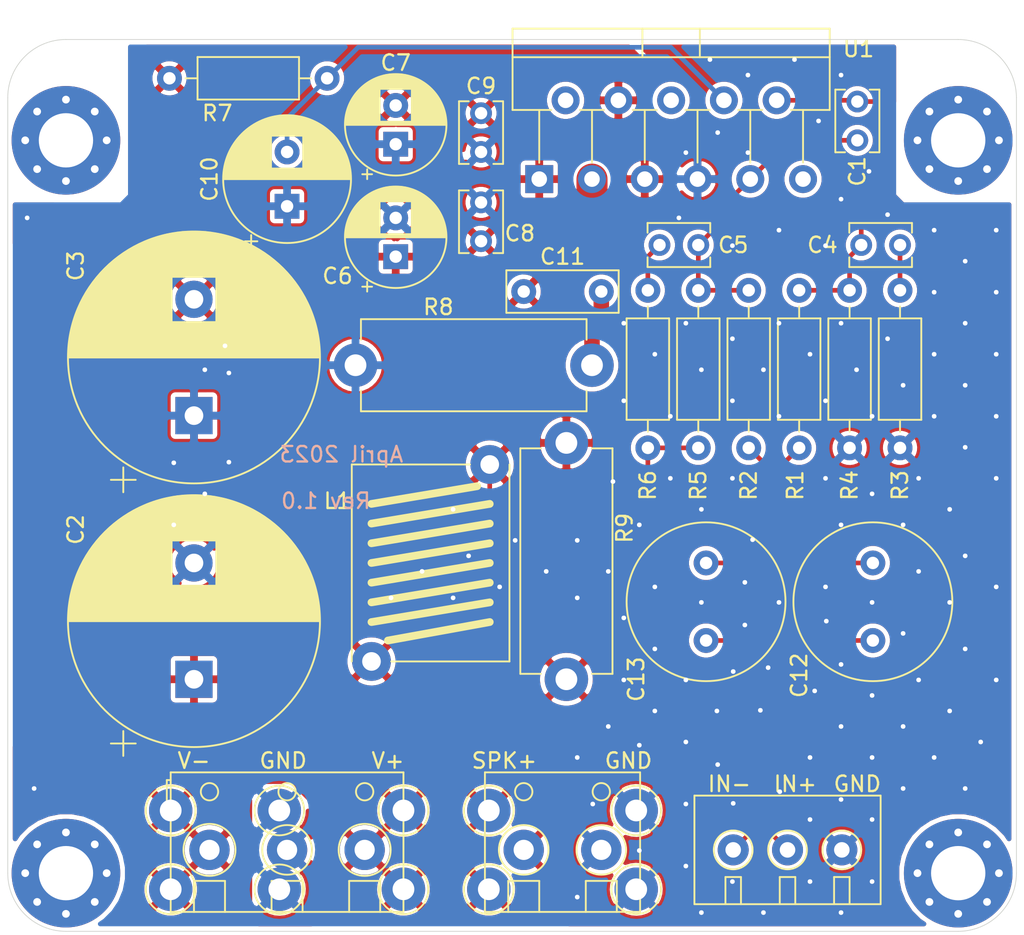
<source format=kicad_pcb>
(kicad_pcb (version 20171130) (host pcbnew "(5.1.6-0)")
  (layers (0 F.Cu signal) (31 B.Cu signal) (34 B.Paste user) (35 F.Paste user) (36 B.SilkS user) (37 F.SilkS user) (38 B.Mask user) (39 F.Mask user) (44 Edge.Cuts user))
  (net 0 "")
  (net 1 GND)
  (net 2 VCC)
  (net 3 VEE)
  (net 4 "Net-(C4-Pad2)")
  (net 5 "Net-(C5-Pad1)")
  (net 6 /ICIN+)
  (net 7 /ICIN-)
  (net 8 /IN+)
  (net 9 /IN-)
  (net 10 /SIGOUT)
  (net 11 /MUTE)
  (net 12 "Net-(C12-Pad1)")
  (net 13 "Net-(C13-Pad1)")
  (net 14 /SPK+)
  (net 15 "Net-(C11-Pad2)")
  (module Capacitor_THT:C_Rect_L7.0mm_W2.5mm_P5.00mm (layer F.Cu) (at 110.75 68.75)
    (fp_text reference C11 (at 2.5 -2.25) (layer F.SilkS))
    (fp_text value 100n)
    (pad 2 thru_hole circle (at 5 0) (size 1.6 1.6) (drill 0.8) (layers *.Cu *.Mask) (net 15 "Net-(C11-Pad2)"))
    (pad 1 thru_hole circle (at 0 0) (size 1.6 1.6) (drill 0.8) (layers *.Cu *.Mask) (net 10 /SIGOUT))
  )
  (module Resistor_THT:R_Axial_DIN0614_L14.3mm_D5.7mm_P15.24mm_Horizontal (layer F.Cu) (at 113.5 93.75 90)
    (fp_text reference R9 (at 9.75 3.75 90) (layer F.SilkS))
    (fp_text value "10R 2W")
    (pad 2 thru_hole oval (at 15.24 0 90) (size 2.8 2.8) (drill 1.4) (layers *.Cu *.Mask) (net 10 /SIGOUT))
    (pad 1 thru_hole circle (at 0 0 90) (size 2.8 2.8) (drill 1.4) (layers *.Cu *.Mask) (net 14 /SPK+))
  )
  (module Resistor_THT:R_Axial_DIN0614_L14.3mm_D5.7mm_P15.24mm_Horizontal (layer F.Cu) (at 115.15 73.5 180)
    (fp_text reference R8 (at 9.9 3.75) (layer F.SilkS))
    (fp_text value "2R7 2W")
    (pad 2 thru_hole oval (at 15.24 0 180) (size 2.8 2.8) (drill 1.4) (layers *.Cu *.Mask) (net 1 GND))
    (pad 1 thru_hole circle (at 0 0 180) (size 2.8 2.8) (drill 1.4) (layers *.Cu *.Mask) (net 15 "Net-(C11-Pad2)"))
  )
  (module footprints:C_Disc_D3.8mm_W2.6mm_P2.50mm_centered (layer F.Cu) (at 132.25 57.75 90)
    (fp_text reference C1 (at -3.25 0 90) (layer F.SilkS))
    (fp_text value 220p)
    (pad 2 thru_hole circle (at 1.25 0 90) (size 1.4 1.4) (drill 0.8) (layers *.Cu *.Mask) (net 6 /ICIN+))
    (pad 1 thru_hole circle (at -1.25 0 90) (size 1.4 1.4) (drill 0.8) (layers *.Cu *.Mask) (net 7 /ICIN-))
  )
  (module footprints:R_Axial_DIN0207_L6.3mm_D2.5mm_P10.16mm_Horizontal_centered (layer F.Cu) (at 93 55)
    (fp_text reference R7 (at -2 2.25) (layer F.SilkS))
    (fp_text value 20K)
    (pad 2 thru_hole oval (at 5.08 0) (size 1.6 1.6) (drill 0.8) (layers *.Cu *.Mask) (net 11 /MUTE))
    (pad 1 thru_hole circle (at -5.08 0) (size 1.6 1.6) (drill 0.8) (layers *.Cu *.Mask) (net 3 VEE))
  )
  (module footprints:R_Axial_DIN0207_L6.3mm_D2.5mm_P10.16mm_Horizontal_centered (layer F.Cu) (at 118.75 73.75 90)
    (fp_text reference R6 (at -7.5 0 90) (layer F.SilkS))
    (fp_text value 10K)
    (pad 2 thru_hole oval (at 5.08 0 90) (size 1.6 1.6) (drill 0.8) (layers *.Cu *.Mask) (net 5 "Net-(C5-Pad1)"))
    (pad 1 thru_hole circle (at -5.08 0 90) (size 1.6 1.6) (drill 0.8) (layers *.Cu *.Mask) (net 10 /SIGOUT))
  )
  (module footprints:R_Axial_DIN0207_L6.3mm_D2.5mm_P10.16mm_Horizontal_centered (layer F.Cu) (at 122 73.75 90)
    (fp_text reference R5 (at -7.5 0 90) (layer F.SilkS))
    (fp_text value "10K 0.1%")
    (pad 2 thru_hole oval (at 5.08 0 90) (size 1.6 1.6) (drill 0.8) (layers *.Cu *.Mask) (net 7 /ICIN-))
    (pad 1 thru_hole circle (at -5.08 0 90) (size 1.6 1.6) (drill 0.8) (layers *.Cu *.Mask) (net 10 /SIGOUT))
  )
  (module footprints:R_Axial_DIN0207_L6.3mm_D2.5mm_P10.16mm_Horizontal_centered (layer F.Cu) (at 131.75 73.75 90)
    (fp_text reference R4 (at -7.5 0 90) (layer F.SilkS))
    (fp_text value "10K 0.1%")
    (pad 2 thru_hole oval (at 5.08 0 90) (size 1.6 1.6) (drill 0.8) (layers *.Cu *.Mask) (net 6 /ICIN+))
    (pad 1 thru_hole circle (at -5.08 0 90) (size 1.6 1.6) (drill 0.8) (layers *.Cu *.Mask) (net 1 GND))
  )
  (module footprints:R_Axial_DIN0207_L6.3mm_D2.5mm_P10.16mm_Horizontal_centered (layer F.Cu) (at 135 73.75 90)
    (fp_text reference R3 (at -7.5 0 90) (layer F.SilkS))
    (fp_text value 10K)
    (pad 2 thru_hole oval (at 5.08 0 90) (size 1.6 1.6) (drill 0.8) (layers *.Cu *.Mask) (net 4 "Net-(C4-Pad2)"))
    (pad 1 thru_hole circle (at -5.08 0 90) (size 1.6 1.6) (drill 0.8) (layers *.Cu *.Mask) (net 1 GND))
  )
  (module footprints:R_Axial_DIN0207_L6.3mm_D2.5mm_P10.16mm_Horizontal_centered (layer F.Cu) (at 125.25 73.75 270)
    (fp_text reference R2 (at 7.5 0 90) (layer F.SilkS))
    (fp_text value "1K 0.1%")
    (pad 2 thru_hole oval (at 5.08 0 270) (size 1.6 1.6) (drill 0.8) (layers *.Cu *.Mask) (net 9 /IN-))
    (pad 1 thru_hole circle (at -5.08 0 270) (size 1.6 1.6) (drill 0.8) (layers *.Cu *.Mask) (net 7 /ICIN-))
  )
  (module footprints:R_Axial_DIN0207_L6.3mm_D2.5mm_P10.16mm_Horizontal_centered (layer F.Cu) (at 128.5 73.75 270)
    (fp_text reference R1 (at 7.5 0.25 90) (layer F.SilkS))
    (fp_text value "1K 0.1%")
    (pad 2 thru_hole oval (at 5.08 0 270) (size 1.6 1.6) (drill 0.8) (layers *.Cu *.Mask) (net 8 /IN+))
    (pad 1 thru_hole circle (at -5.08 0 270) (size 1.6 1.6) (drill 0.8) (layers *.Cu *.Mask) (net 6 /ICIN+))
  )
  (module footprints:C_Disc_D3.8mm_W2.6mm_P2.50mm_centered (layer F.Cu) (at 108 58.5 90)
    (fp_text reference C9 (at 3 0 180) (layer F.SilkS))
    (fp_text value 1u)
    (pad 2 thru_hole circle (at 1.25 0 90) (size 1.4 1.4) (drill 0.8) (layers *.Cu *.Mask) (net 3 VEE))
    (pad 1 thru_hole circle (at -1.25 0 90) (size 1.4 1.4) (drill 0.8) (layers *.Cu *.Mask) (net 1 GND))
  )
  (module footprints:C_Disc_D3.8mm_W2.6mm_P2.50mm_centered (layer F.Cu) (at 108 64.25 90)
    (fp_text reference C8 (at -0.75 2.5 180) (layer F.SilkS))
    (fp_text value 1u)
    (pad 2 thru_hole circle (at 1.25 0 90) (size 1.4 1.4) (drill 0.8) (layers *.Cu *.Mask) (net 1 GND))
    (pad 1 thru_hole circle (at -1.25 0 90) (size 1.4 1.4) (drill 0.8) (layers *.Cu *.Mask) (net 2 VCC))
  )
  (module footprints:C_Disc_D3.8mm_W2.6mm_P2.50mm_centered (layer F.Cu) (at 120.75 65.75)
    (fp_text reference C5 (at 3.5 0) (layer F.SilkS))
    (fp_text value 33p)
    (pad 2 thru_hole circle (at 1.25 0) (size 1.4 1.4) (drill 0.8) (layers *.Cu *.Mask) (net 7 /ICIN-))
    (pad 1 thru_hole circle (at -1.25 0) (size 1.4 1.4) (drill 0.8) (layers *.Cu *.Mask) (net 5 "Net-(C5-Pad1)"))
  )
  (module footprints:C_Disc_D3.8mm_W2.6mm_P2.50mm_centered (layer F.Cu) (at 133.75 65.75)
    (fp_text reference C4 (at -3.75 0) (layer F.SilkS))
    (fp_text value 33p)
    (pad 2 thru_hole circle (at 1.25 0) (size 1.4 1.4) (drill 0.8) (layers *.Cu *.Mask) (net 4 "Net-(C4-Pad2)"))
    (pad 1 thru_hole circle (at -1.25 0) (size 1.4 1.4) (drill 0.8) (layers *.Cu *.Mask) (net 6 /ICIN+))
  )
  (module footprints:Terminal_.25_PCB_TAB_TE_Connectivity_P5.08mm_ (layer F.Cu) (at 118 104.75 90)
    (fp_text reference J8)
    (fp_text value GND)
    (pad 1 thru_hole circle (at 2.54 0 90) (size 2.8 2.8) (drill 1.4) (layers *.Cu *.Mask) (net 1 GND))
    (pad 1 thru_hole circle (at -2.54 0 90) (size 2.8 2.8) (drill 1.4) (layers *.Cu *.Mask) (net 1 GND))
  )
  (module footprints:Terminal_.25_PCB_TAB_TE_Connectivity_P5.08mm_ (layer F.Cu) (at 108.5 104.75 90)
    (fp_text reference J7)
    (fp_text value SPK+)
    (pad 1 thru_hole circle (at 2.54 0 90) (size 2.8 2.8) (drill 1.4) (layers *.Cu *.Mask) (net 14 /SPK+))
    (pad 1 thru_hole circle (at -2.54 0 90) (size 2.8 2.8) (drill 1.4) (layers *.Cu *.Mask) (net 14 /SPK+))
  )
  (module footprints:Terminal_.25_PCB_TAB_TE_Connectivity_P5.08mm_ (layer F.Cu) (at 103 104.75 90)
    (fp_text reference J6)
    (fp_text value Vcc)
    (pad 1 thru_hole circle (at 2.54 0 90) (size 2.8 2.8) (drill 1.4) (layers *.Cu *.Mask) (net 2 VCC))
    (pad 1 thru_hole circle (at -2.54 0 90) (size 2.8 2.8) (drill 1.4) (layers *.Cu *.Mask) (net 2 VCC))
  )
  (module footprints:Terminal_.25_PCB_TAB_TE_Connectivity_P5.08mm_ (layer F.Cu) (at 95 104.75 90)
    (fp_text reference J5)
    (fp_text value GND)
    (pad 1 thru_hole circle (at 2.54 0 90) (size 2.8 2.8) (drill 1.4) (layers *.Cu *.Mask) (net 1 GND))
    (pad 1 thru_hole circle (at -2.54 0 90) (size 2.8 2.8) (drill 1.4) (layers *.Cu *.Mask) (net 1 GND))
  )
  (module footprints:Terminal_.25_PCB_TAB_TE_Connectivity_P5.08mm_ (layer F.Cu) (at 88 104.75 90)
    (fp_text reference J4)
    (fp_text value Vee)
    (pad 1 thru_hole circle (at 2.54 0 90) (size 2.8 2.8) (drill 1.4) (layers *.Cu *.Mask) (net 3 VEE))
    (pad 1 thru_hole circle (at -2.54 0 90) (size 2.8 2.8) (drill 1.4) (layers *.Cu *.Mask) (net 3 VEE))
  )
  (module footprints:Inductor_DIY_flipped (layer F.Cu) (at 104.75 86.25 270)
    (fp_text reference L1 (at -4 6 180) (layer F.SilkS))
    (fp_text value 1uH)
    (pad 2 thru_hole circle (at 6.35 3.81 270) (size 2.5 2.5) (drill 1.2) (layers *.Cu *.Mask) (net 14 /SPK+))
    (pad 1 thru_hole circle (at -6.35 -3.81 270) (size 2.5 2.5) (drill 1.2) (layers *.Cu *.Mask) (net 10 /SIGOUT))
  )
  (module footprints:TerminalBlock_CUI_01x03_P5.00mm (layer F.Cu) (at 95.5 104.75)
    (fp_text reference J3)
    (fp_text value POWER)
    (pad 3 thru_hole circle (at 5 0) (size 2.6 2.6) (drill 1.3) (layers *.Cu *.Mask) (net 2 VCC))
    (pad 2 thru_hole circle (at 0 0) (size 2.6 2.6) (drill 1.3) (layers *.Cu *.Mask) (net 1 GND))
    (pad 1 thru_hole circle (at -5 0) (size 2.6 2.6) (drill 1.3) (layers *.Cu *.Mask) (net 3 VEE))
  )
  (module footprints:TerminalBlock_CUI_01x02_P5.00mm (layer F.Cu) (at 113.25 104.75)
    (fp_text reference J2)
    (fp_text value SPEAKER)
    (pad 2 thru_hole circle (at 2.5 0) (size 2.6 2.6) (drill 1.3) (layers *.Cu *.Mask) (net 1 GND))
    (pad 1 thru_hole circle (at -2.5 0) (size 2.6 2.6) (drill 1.3) (layers *.Cu *.Mask) (net 14 /SPK+))
  )
  (module "footprints:TerminalBlock_ Amphenol_01_03_P3.50mm" (layer F.Cu) (at 127.75 104.75)
    (fp_text reference J1)
    (fp_text value INPUT)
    (pad 3 thru_hole circle (at 3.5 0) (size 2 2) (drill 1) (layers *.Cu *.Mask) (net 1 GND))
    (pad 2 thru_hole circle (at 0 0) (size 2 2) (drill 1) (layers *.Cu *.Mask) (net 12 "Net-(C12-Pad1)"))
    (pad 1 thru_hole circle (at -3.5 0) (size 2 2) (drill 1) (layers *.Cu *.Mask) (net 13 "Net-(C13-Pad1)"))
  )
  (module MountingHole:MountingHole_3.5mm_Pad_Via (layer F.Cu) (at 138.75 106.25)
    (fp_text reference H4)
    (fp_text value MountingHole)
    (pad 1 thru_hole circle (at 1.856155 -1.856155) (size 0.8 0.8) (drill 0.5) (layers *.Cu *.Mask))
    (pad 1 thru_hole circle (at 0 -2.625) (size 0.8 0.8) (drill 0.5) (layers *.Cu *.Mask))
    (pad 1 thru_hole circle (at -1.856155 -1.856155) (size 0.8 0.8) (drill 0.5) (layers *.Cu *.Mask))
    (pad 1 thru_hole circle (at -2.625 0) (size 0.8 0.8) (drill 0.5) (layers *.Cu *.Mask))
    (pad 1 thru_hole circle (at -1.856155 1.856155) (size 0.8 0.8) (drill 0.5) (layers *.Cu *.Mask))
    (pad 1 thru_hole circle (at 0 2.625) (size 0.8 0.8) (drill 0.5) (layers *.Cu *.Mask))
    (pad 1 thru_hole circle (at 1.856155 1.856155) (size 0.8 0.8) (drill 0.5) (layers *.Cu *.Mask))
    (pad 1 thru_hole circle (at 2.625 0) (size 0.8 0.8) (drill 0.5) (layers *.Cu *.Mask))
    (pad 1 thru_hole circle (at 0 0) (size 7 7) (drill 3.5) (layers *.Cu *.Mask))
  )
  (module MountingHole:MountingHole_3.5mm_Pad_Via (layer F.Cu) (at 138.75 59)
    (fp_text reference H3)
    (fp_text value MountingHole)
    (pad 1 thru_hole circle (at 1.856155 -1.856155) (size 0.8 0.8) (drill 0.5) (layers *.Cu *.Mask))
    (pad 1 thru_hole circle (at 0 -2.625) (size 0.8 0.8) (drill 0.5) (layers *.Cu *.Mask))
    (pad 1 thru_hole circle (at -1.856155 -1.856155) (size 0.8 0.8) (drill 0.5) (layers *.Cu *.Mask))
    (pad 1 thru_hole circle (at -2.625 0) (size 0.8 0.8) (drill 0.5) (layers *.Cu *.Mask))
    (pad 1 thru_hole circle (at -1.856155 1.856155) (size 0.8 0.8) (drill 0.5) (layers *.Cu *.Mask))
    (pad 1 thru_hole circle (at 0 2.625) (size 0.8 0.8) (drill 0.5) (layers *.Cu *.Mask))
    (pad 1 thru_hole circle (at 1.856155 1.856155) (size 0.8 0.8) (drill 0.5) (layers *.Cu *.Mask))
    (pad 1 thru_hole circle (at 2.625 0) (size 0.8 0.8) (drill 0.5) (layers *.Cu *.Mask))
    (pad 1 thru_hole circle (at 0 0) (size 7 7) (drill 3.5) (layers *.Cu *.Mask))
  )
  (module MountingHole:MountingHole_3.5mm_Pad_Via (layer F.Cu) (at 81.25 106.25)
    (fp_text reference H2)
    (fp_text value MountingHole)
    (pad 1 thru_hole circle (at 1.856155 -1.856155) (size 0.8 0.8) (drill 0.5) (layers *.Cu *.Mask))
    (pad 1 thru_hole circle (at 0 -2.625) (size 0.8 0.8) (drill 0.5) (layers *.Cu *.Mask))
    (pad 1 thru_hole circle (at -1.856155 -1.856155) (size 0.8 0.8) (drill 0.5) (layers *.Cu *.Mask))
    (pad 1 thru_hole circle (at -2.625 0) (size 0.8 0.8) (drill 0.5) (layers *.Cu *.Mask))
    (pad 1 thru_hole circle (at -1.856155 1.856155) (size 0.8 0.8) (drill 0.5) (layers *.Cu *.Mask))
    (pad 1 thru_hole circle (at 0 2.625) (size 0.8 0.8) (drill 0.5) (layers *.Cu *.Mask))
    (pad 1 thru_hole circle (at 1.856155 1.856155) (size 0.8 0.8) (drill 0.5) (layers *.Cu *.Mask))
    (pad 1 thru_hole circle (at 2.625 0) (size 0.8 0.8) (drill 0.5) (layers *.Cu *.Mask))
    (pad 1 thru_hole circle (at 0 0) (size 7 7) (drill 3.5) (layers *.Cu *.Mask))
  )
  (module MountingHole:MountingHole_3.5mm_Pad_Via (layer F.Cu) (at 81.25 59)
    (fp_text reference H1)
    (fp_text value MountingHole)
    (pad 1 thru_hole circle (at 1.856155 -1.856155) (size 0.8 0.8) (drill 0.5) (layers *.Cu *.Mask))
    (pad 1 thru_hole circle (at 0 -2.625) (size 0.8 0.8) (drill 0.5) (layers *.Cu *.Mask))
    (pad 1 thru_hole circle (at -1.856155 -1.856155) (size 0.8 0.8) (drill 0.5) (layers *.Cu *.Mask))
    (pad 1 thru_hole circle (at -2.625 0) (size 0.8 0.8) (drill 0.5) (layers *.Cu *.Mask))
    (pad 1 thru_hole circle (at -1.856155 1.856155) (size 0.8 0.8) (drill 0.5) (layers *.Cu *.Mask))
    (pad 1 thru_hole circle (at 0 2.625) (size 0.8 0.8) (drill 0.5) (layers *.Cu *.Mask))
    (pad 1 thru_hole circle (at 1.856155 1.856155) (size 0.8 0.8) (drill 0.5) (layers *.Cu *.Mask))
    (pad 1 thru_hole circle (at 2.625 0) (size 0.8 0.8) (drill 0.5) (layers *.Cu *.Mask))
    (pad 1 thru_hole circle (at 0 0) (size 7 7) (drill 3.5) (layers *.Cu *.Mask))
  )
  (module Capacitor_THT:C_Radial_D10.0mm_H12.5mm_P5.00mm (layer F.Cu) (at 122.5 91.25 90)
    (fp_text reference C13 (at -2.5 -4.5 90) (layer F.SilkS))
    (fp_text value "100u NP")
    (pad 2 thru_hole circle (at 5 0 90) (size 1.6 1.6) (drill 0.8) (layers *.Cu *.Mask) (net 9 /IN-))
    (pad 1 thru_hole circle (at 0 0 90) (size 1.6 1.6) (drill 0.8) (layers *.Cu *.Mask) (net 13 "Net-(C13-Pad1)"))
  )
  (module Capacitor_THT:C_Radial_D10.0mm_H12.5mm_P5.00mm (layer F.Cu) (at 133.25 91.25 90)
    (fp_text reference C12 (at -2.25 -4.75 90) (layer F.SilkS))
    (fp_text value "100u NP")
    (pad 2 thru_hole circle (at 5 0 90) (size 1.6 1.6) (drill 0.8) (layers *.Cu *.Mask) (net 8 /IN+))
    (pad 1 thru_hole circle (at 0 0 90) (size 1.6 1.6) (drill 0.8) (layers *.Cu *.Mask) (net 12 "Net-(C12-Pad1)"))
  )
  (module Capacitor_THT:CP_Radial_D8.0mm_P3.50mm (layer F.Cu) (at 95.5 63.25 90)
    (fp_text reference C10 (at 1.75 -5 90) (layer F.SilkS))
    (fp_text value 100u)
    (pad 2 thru_hole circle (at 3.5 0 90) (size 1.6 1.6) (drill 0.8) (layers *.Cu *.Mask) (net 11 /MUTE))
    (pad 1 thru_hole rect (at 0 0 90) (size 1.6 1.6) (drill 0.8) (layers *.Cu *.Mask) (net 1 GND))
  )
  (module Capacitor_THT:CP_Radial_D6.3mm_P2.50mm (layer F.Cu) (at 102.5 59.25 90)
    (fp_text reference C7 (at 5.25 0 180) (layer F.SilkS))
    (fp_text value 10u)
    (pad 2 thru_hole circle (at 2.5 0 90) (size 1.6 1.6) (drill 0.8) (layers *.Cu *.Mask) (net 3 VEE))
    (pad 1 thru_hole rect (at 0 0 90) (size 1.6 1.6) (drill 0.8) (layers *.Cu *.Mask) (net 1 GND))
  )
  (module Capacitor_THT:CP_Radial_D6.3mm_P2.50mm (layer F.Cu) (at 102.5 66.5 90)
    (fp_text reference C6 (at -1.25 -3.75 180) (layer F.SilkS))
    (fp_text value 10u)
    (pad 2 thru_hole circle (at 2.5 0 90) (size 1.6 1.6) (drill 0.8) (layers *.Cu *.Mask) (net 1 GND))
    (pad 1 thru_hole rect (at 0 0 90) (size 1.6 1.6) (drill 0.8) (layers *.Cu *.Mask) (net 2 VCC))
  )
  (module Capacitor_THT:CP_Radial_D16.0mm_P7.50mm (layer F.Cu) (at 89.5 76.75 90)
    (fp_text reference C3 (at 9.652 -7.62 90) (layer F.SilkS))
    (fp_text value 1000u)
    (pad 2 thru_hole circle (at 7.5 0 90) (size 2.4 2.4) (drill 1.2) (layers *.Cu *.Mask) (net 3 VEE))
    (pad 1 thru_hole rect (at 0 0 90) (size 2.4 2.4) (drill 1.2) (layers *.Cu *.Mask) (net 1 GND))
  )
  (module Capacitor_THT:CP_Radial_D16.0mm_P7.50mm (layer F.Cu) (at 89.5 93.75 90)
    (fp_text reference C2 (at 9.652 -7.62 90) (layer F.SilkS))
    (fp_text value 1000u)
    (pad 2 thru_hole circle (at 7.5 0 90) (size 2.4 2.4) (drill 1.2) (layers *.Cu *.Mask) (net 1 GND))
    (pad 1 thru_hole rect (at 0 0 90) (size 2.4 2.4) (drill 1.2) (layers *.Cu *.Mask) (net 2 VCC))
  )
  (module Package_TO_SOT_THT:TO-220-11_P3.4x5.08mm_StaggerOdd_Lead4.85mm_Vertical (layer F.Cu) (at 111.75 61.5)
    (fp_text reference U1 (at 20.574 -8.382) (layer F.SilkS))
    (fp_text value LM3886)
    (pad 11 thru_hole oval (at 17 0) (size 1.8 1.8) (drill 1) (layers *.Cu *.Mask))
    (pad 10 thru_hole oval (at 15.3 -5.08) (size 1.8 1.8) (drill 1) (layers *.Cu *.Mask) (net 6 /ICIN+))
    (pad 9 thru_hole oval (at 13.6 0) (size 1.8 1.8) (drill 1) (layers *.Cu *.Mask) (net 7 /ICIN-))
    (pad 8 thru_hole oval (at 11.9 -5.08) (size 1.8 1.8) (drill 1) (layers *.Cu *.Mask) (net 11 /MUTE))
    (pad 7 thru_hole oval (at 10.2 0) (size 1.8 1.8) (drill 1) (layers *.Cu *.Mask) (net 1 GND))
    (pad 6 thru_hole oval (at 8.5 -5.08) (size 1.8 1.8) (drill 1) (layers *.Cu *.Mask))
    (pad 5 thru_hole oval (at 6.8 0) (size 1.8 1.8) (drill 1) (layers *.Cu *.Mask) (net 2 VCC))
    (pad 4 thru_hole oval (at 5.1 -5.08) (size 1.8 1.8) (drill 1) (layers *.Cu *.Mask) (net 3 VEE))
    (pad 3 thru_hole oval (at 3.4 0) (size 1.8 1.8) (drill 1) (layers *.Cu *.Mask) (net 10 /SIGOUT))
    (pad 2 thru_hole oval (at 1.7 -5.08) (size 1.8 1.8) (drill 1) (layers *.Cu *.Mask))
    (pad 1 thru_hole rect (at 0 0) (size 1.8 1.8) (drill 1) (layers *.Cu *.Mask) (net 2 VCC))
  )
  (gr_text "Rev 1.0" (at 98 82.25) (layer B.SilkS) (effects (font (size 1 1)) (justify mirror)))
  (gr_text "April 2023" (at 99 79.25) (layer B.SilkS) (effects (font (size 1 1)) (justify mirror)))
  (gr_text GND (at 132.25 100.5) (layer F.SilkS) (effects (font (size 1 1))))
  (gr_text IN+ (at 128.25 100.5) (layer F.SilkS) (effects (font (size 1 1))))
  (gr_text IN- (at 124 100.5) (layer F.SilkS) (effects (font (size 1 1))))
  (gr_text GND (at 117.5 99) (layer F.SilkS) (effects (font (size 1 1))))
  (gr_text SPK+ (at 109.5 99) (layer F.SilkS) (effects (font (size 1 1))))
  (gr_text V+ (at 102 99) (layer F.SilkS) (effects (font (size 1 1))))
  (gr_text V- (at 89.5 99) (layer F.SilkS) (effects (font (size 1 1))))
  (gr_text GND (at 95.25 99) (layer F.SilkS) (effects (font (size 1 1))))
  (gr_arc (start 81.25 56.25) (end 81.25 52.5) (angle -90) (layer Edge.Cuts) (width 0.05))
  (gr_arc (start 138.75 56.25) (end 142.5 56.25) (angle -90) (layer Edge.Cuts) (width 0.05))
  (gr_arc (start 138.75 106.25) (end 138.75 110) (angle -90) (layer Edge.Cuts) (width 0.05))
  (gr_arc (start 81.25 106.25) (end 77.5 106.25) (angle -90) (layer Edge.Cuts) (width 0.05))
  (gr_line (start 77.5 56.25) (end 77.5 106.25) (layer Edge.Cuts) (width 0.05))
  (gr_line (start 138.75 52.5) (end 81.25 52.5) (layer Edge.Cuts) (width 0.05))
  (gr_line (start 142.5 106.25) (end 142.5 56.25) (layer Edge.Cuts) (width 0.05))
  (gr_line (start 138.75 110) (end 81.25 110) (layer Edge.Cuts) (width 0.05))
  (via (at 79.19881 100.7925) (size 0.7) (drill 0.3) (layers F.Cu B.Cu) (net 1))
  (via (at 88.19881 79.7925) (size 0.7) (drill 0.3) (layers F.Cu B.Cu) (net 1))
  (via (at 88.19881 83.7925) (size 0.7) (drill 0.3) (layers F.Cu B.Cu) (net 1))
  (via (at 90.19881 73.7925) (size 0.7) (drill 0.3) (layers F.Cu B.Cu) (net 1))
  (via (at 90.19881 81.7925) (size 0.7) (drill 0.3) (layers F.Cu B.Cu) (net 1))
  (via (at 102.19881 88.5) (size 0.7) (drill 0.3) (layers F.Cu B.Cu) (net 1))
  (via (at 104.19881 86.7925) (size 0.7) (drill 0.3) (layers F.Cu B.Cu) (net 1))
  (via (at 106.19881 82.7925) (size 0.7) (drill 0.3) (layers F.Cu B.Cu) (net 1))
  (via (at 106.19881 88.5) (size 0.7) (drill 0.3) (layers F.Cu B.Cu) (net 1))
  (via (at 107.19881 85.7925) (size 0.7) (drill 0.3) (layers F.Cu B.Cu) (net 1))
  (via (at 109.19881 87.7925) (size 0.7) (drill 0.3) (layers F.Cu B.Cu) (net 1))
  (via (at 110.19881 84.7925) (size 0.7) (drill 0.3) (layers F.Cu B.Cu) (net 1))
  (via (at 112.19881 86.7925) (size 0.7) (drill 0.3) (layers F.Cu B.Cu) (net 1))
  (via (at 114.19881 84.7925) (size 0.7) (drill 0.3) (layers F.Cu B.Cu) (net 1))
  (via (at 114.19881 88.5) (size 0.7) (drill 0.3) (layers F.Cu B.Cu) (net 1))
  (via (at 114.19881 98.7925) (size 0.7) (drill 0.3) (layers F.Cu B.Cu) (net 1))
  (via (at 114.19881 107.7925) (size 0.7) (drill 0.3) (layers F.Cu B.Cu) (net 1))
  (via (at 115.19881 101.7925) (size 0.7) (drill 0.3) (layers F.Cu B.Cu) (net 1))
  (via (at 116.5 81) (size 0.7) (drill 0.3) (layers F.Cu B.Cu) (net 1))
  (via (at 116.19881 86.7925) (size 0.7) (drill 0.3) (layers F.Cu B.Cu) (net 1))
  (via (at 116.19881 96.7925) (size 0.7) (drill 0.3) (layers F.Cu B.Cu) (net 1))
  (via (at 117.19881 70.7925) (size 0.7) (drill 0.3) (layers F.Cu B.Cu) (net 1))
  (via (at 117.19881 75.7925) (size 0.7) (drill 0.3) (layers F.Cu B.Cu) (net 1))
  (via (at 117.19881 89.7925) (size 0.7) (drill 0.3) (layers F.Cu B.Cu) (net 1))
  (via (at 117.19881 93.7925) (size 0.7) (drill 0.3) (layers F.Cu B.Cu) (net 1))
  (via (at 118.19881 83.7925) (size 0.7) (drill 0.3) (layers F.Cu B.Cu) (net 1))
  (via (at 118.19881 98) (size 0.7) (drill 0.3) (layers F.Cu B.Cu) (net 1))
  (via (at 118.19881 104.7925) (size 0.7) (drill 0.3) (layers F.Cu B.Cu) (net 1))
  (via (at 119.19881 72.7925) (size 0.7) (drill 0.3) (layers F.Cu B.Cu) (net 1))
  (via (at 119.19881 87.7925) (size 0.7) (drill 0.3) (layers F.Cu B.Cu) (net 1))
  (via (at 119.19881 91.7925) (size 0.7) (drill 0.3) (layers F.Cu B.Cu) (net 1))
  (via (at 119.19881 95.7925) (size 0.7) (drill 0.3) (layers F.Cu B.Cu) (net 1))
  (via (at 120.19881 76.7925) (size 0.7) (drill 0.3) (layers F.Cu B.Cu) (net 1))
  (via (at 120.19881 80.7925) (size 0.7) (drill 0.3) (layers F.Cu B.Cu) (net 1))
  (via (at 121.19881 59.7925) (size 0.7) (drill 0.3) (layers F.Cu B.Cu) (net 1))
  (via (at 121.19881 70.7925) (size 0.7) (drill 0.3) (layers F.Cu B.Cu) (net 1))
  (via (at 121.19881 93.7925) (size 0.7) (drill 0.3) (layers F.Cu B.Cu) (net 1))
  (via (at 121.19881 97.7925) (size 0.7) (drill 0.3) (layers F.Cu B.Cu) (net 1))
  (via (at 121.19881 101.7925) (size 0.7) (drill 0.3) (layers F.Cu B.Cu) (net 1))
  (via (at 121.19881 105.7925) (size 0.7) (drill 0.3) (layers F.Cu B.Cu) (net 1))
  (via (at 122.75 53.7925) (size 0.7) (drill 0.3) (layers F.Cu B.Cu) (net 1))
  (via (at 122.19881 73.7925) (size 0.7) (drill 0.3) (layers F.Cu B.Cu) (net 1))
  (via (at 122.19881 82.7925) (size 0.7) (drill 0.3) (layers F.Cu B.Cu) (net 1))
  (via (at 122.19881 88.7925) (size 0.7) (drill 0.3) (layers F.Cu B.Cu) (net 1))
  (via (at 122.19881 108.7925) (size 0.7) (drill 0.3) (layers F.Cu B.Cu) (net 1))
  (via (at 123.19881 95.7925) (size 0.7) (drill 0.3) (layers F.Cu B.Cu) (net 1))
  (via (at 123.25 99.25) (size 0.7) (drill 0.3) (layers F.Cu B.Cu) (net 1))
  (via (at 124.19881 65.7925) (size 0.7) (drill 0.3) (layers F.Cu B.Cu) (net 1))
  (via (at 124.19881 71.7925) (size 0.7) (drill 0.3) (layers F.Cu B.Cu) (net 1))
  (via (at 124.19881 75.7925) (size 0.7) (drill 0.3) (layers F.Cu B.Cu) (net 1))
  (via (at 124.19881 80.7925) (size 0.7) (drill 0.3) (layers F.Cu B.Cu) (net 1))
  (via (at 124.19881 106.7925) (size 0.7) (drill 0.3) (layers F.Cu B.Cu) (net 1))
  (via (at 125.19881 54.7925) (size 0.7) (drill 0.3) (layers F.Cu B.Cu) (net 1))
  (via (at 125.19881 59.7925) (size 0.7) (drill 0.3) (layers F.Cu B.Cu) (net 1))
  (via (at 126.19881 73.7925) (size 0.7) (drill 0.3) (layers F.Cu B.Cu) (net 1))
  (via (at 126.19881 108.7925) (size 0.7) (drill 0.3) (layers F.Cu B.Cu) (net 1))
  (via (at 127.19881 64.7925) (size 0.7) (drill 0.3) (layers F.Cu B.Cu) (net 1))
  (via (at 127.19881 70.7925) (size 0.7) (drill 0.3) (layers F.Cu B.Cu) (net 1))
  (via (at 127.19881 76.7925) (size 0.7) (drill 0.3) (layers F.Cu B.Cu) (net 1))
  (via (at 127.19881 88.7925) (size 0.7) (drill 0.3) (layers F.Cu B.Cu) (net 1))
  (via (at 128.19881 53.7925) (size 0.7) (drill 0.3) (layers F.Cu B.Cu) (net 1))
  (via (at 129.19881 72.7925) (size 0.7) (drill 0.3) (layers F.Cu B.Cu) (net 1))
  (via (at 129.19881 98.7925) (size 0.7) (drill 0.3) (layers F.Cu B.Cu) (net 1))
  (via (at 129.19881 102.7925) (size 0.7) (drill 0.3) (layers F.Cu B.Cu) (net 1))
  (via (at 129.19881 106.7925) (size 0.7) (drill 0.3) (layers F.Cu B.Cu) (net 1))
  (via (at 130.19881 65.7925) (size 0.7) (drill 0.3) (layers F.Cu B.Cu) (net 1))
  (via (at 130.19881 75.7925) (size 0.7) (drill 0.3) (layers F.Cu B.Cu) (net 1))
  (via (at 130.19881 80.7925) (size 0.7) (drill 0.3) (layers F.Cu B.Cu) (net 1))
  (via (at 130.19881 87.7925) (size 0.7) (drill 0.3) (layers F.Cu B.Cu) (net 1))
  (via (at 131.19881 54.7925) (size 0.7) (drill 0.3) (layers F.Cu B.Cu) (net 1))
  (via (at 131.19881 62.7925) (size 0.7) (drill 0.3) (layers F.Cu B.Cu) (net 1))
  (via (at 131.19881 70.7925) (size 0.7) (drill 0.3) (layers F.Cu B.Cu) (net 1))
  (via (at 131.19881 83.7925) (size 0.7) (drill 0.3) (layers F.Cu B.Cu) (net 1))
  (via (at 131.19881 92.7925) (size 0.7) (drill 0.3) (layers F.Cu B.Cu) (net 1))
  (via (at 131.19881 96.7925) (size 0.7) (drill 0.3) (layers F.Cu B.Cu) (net 1))
  (via (at 131.19881 101.5) (size 0.7) (drill 0.3) (layers F.Cu B.Cu) (net 1))
  (via (at 131.19881 108.7925) (size 0.7) (drill 0.3) (layers F.Cu B.Cu) (net 1))
  (via (at 132.19881 73.7925) (size 0.7) (drill 0.3) (layers F.Cu B.Cu) (net 1))
  (via (at 133.19881 76.7925) (size 0.7) (drill 0.3) (layers F.Cu B.Cu) (net 1))
  (via (at 133.19881 81.7925) (size 0.7) (drill 0.3) (layers F.Cu B.Cu) (net 1))
  (via (at 133.19881 88.7925) (size 0.7) (drill 0.3) (layers F.Cu B.Cu) (net 1))
  (via (at 133.19881 94.7925) (size 0.7) (drill 0.3) (layers F.Cu B.Cu) (net 1))
  (via (at 133.19881 98.7925) (size 0.7) (drill 0.3) (layers F.Cu B.Cu) (net 1))
  (via (at 133.19881 102.7925) (size 0.7) (drill 0.3) (layers F.Cu B.Cu) (net 1))
  (via (at 133.19881 106.7925) (size 0.7) (drill 0.3) (layers F.Cu B.Cu) (net 1))
  (via (at 134.19881 63.7925) (size 0.7) (drill 0.3) (layers F.Cu B.Cu) (net 1))
  (via (at 134.19881 71.7925) (size 0.7) (drill 0.3) (layers F.Cu B.Cu) (net 1))
  (via (at 135.19881 74.7925) (size 0.7) (drill 0.3) (layers F.Cu B.Cu) (net 1))
  (via (at 135.19881 83.7925) (size 0.7) (drill 0.3) (layers F.Cu B.Cu) (net 1))
  (via (at 135.19881 90.7925) (size 0.7) (drill 0.3) (layers F.Cu B.Cu) (net 1))
  (via (at 135.19881 96.7925) (size 0.7) (drill 0.3) (layers F.Cu B.Cu) (net 1))
  (via (at 135.19881 100.7925) (size 0.7) (drill 0.3) (layers F.Cu B.Cu) (net 1))
  (via (at 136.19881 80.7925) (size 0.7) (drill 0.3) (layers F.Cu B.Cu) (net 1))
  (via (at 136.19881 86.7925) (size 0.7) (drill 0.3) (layers F.Cu B.Cu) (net 1))
  (via (at 136.19881 93.7925) (size 0.7) (drill 0.3) (layers F.Cu B.Cu) (net 1))
  (via (at 137.19881 64.7925) (size 0.7) (drill 0.3) (layers F.Cu B.Cu) (net 1))
  (via (at 137.19881 68.7925) (size 0.7) (drill 0.3) (layers F.Cu B.Cu) (net 1))
  (via (at 137.19881 72.7925) (size 0.7) (drill 0.3) (layers F.Cu B.Cu) (net 1))
  (via (at 137.19881 76.7925) (size 0.7) (drill 0.3) (layers F.Cu B.Cu) (net 1))
  (via (at 137.19881 98.7925) (size 0.7) (drill 0.3) (layers F.Cu B.Cu) (net 1))
  (via (at 138.19881 82.7925) (size 0.7) (drill 0.3) (layers F.Cu B.Cu) (net 1))
  (via (at 138.19881 88.7925) (size 0.7) (drill 0.3) (layers F.Cu B.Cu) (net 1))
  (via (at 138.19881 95.7925) (size 0.7) (drill 0.3) (layers F.Cu B.Cu) (net 1))
  (via (at 139.19881 66.7925) (size 0.7) (drill 0.3) (layers F.Cu B.Cu) (net 1))
  (via (at 139.19881 70.7925) (size 0.7) (drill 0.3) (layers F.Cu B.Cu) (net 1))
  (via (at 139.19881 74.7925) (size 0.7) (drill 0.3) (layers F.Cu B.Cu) (net 1))
  (via (at 139.19881 78.7925) (size 0.7) (drill 0.3) (layers F.Cu B.Cu) (net 1))
  (via (at 139.19881 85.7925) (size 0.7) (drill 0.3) (layers F.Cu B.Cu) (net 1))
  (via (at 139.19881 91.7925) (size 0.7) (drill 0.3) (layers F.Cu B.Cu) (net 1))
  (via (at 139.19881 100.7925) (size 0.7) (drill 0.3) (layers F.Cu B.Cu) (net 1))
  (via (at 140.19881 97.7925) (size 0.7) (drill 0.3) (layers F.Cu B.Cu) (net 1))
  (via (at 141.19881 64.7925) (size 0.7) (drill 0.3) (layers F.Cu B.Cu) (net 1))
  (via (at 141.19881 68.7925) (size 0.7) (drill 0.3) (layers F.Cu B.Cu) (net 1))
  (via (at 141.19881 72.7925) (size 0.7) (drill 0.3) (layers F.Cu B.Cu) (net 1))
  (via (at 141.19881 76.7925) (size 0.7) (drill 0.3) (layers F.Cu B.Cu) (net 1))
  (via (at 141.19881 80.7925) (size 0.7) (drill 0.3) (layers F.Cu B.Cu) (net 1))
  (via (at 141.19881 87.7925) (size 0.7) (drill 0.3) (layers F.Cu B.Cu) (net 1))
  (via (at 141.19881 93.7925) (size 0.7) (drill 0.3) (layers F.Cu B.Cu) (net 1))
  (via (at 125.5 84.75) (size 0.7) (drill 0.3) (layers F.Cu B.Cu) (net 1))
  (via (at 125 90.25) (size 0.7) (drill 0.3) (layers F.Cu B.Cu) (net 1))
  (via (at 125 87.5) (size 0.7) (drill 0.3) (layers F.Cu B.Cu) (net 1))
  (via (at 130.25 90) (size 0.7) (drill 0.3) (layers F.Cu B.Cu) (net 1))
  (via (at 129.5 94.5) (size 0.7) (drill 0.3) (layers F.Cu B.Cu) (net 1))
  (via (at 127.25 101) (size 0.7) (drill 0.3) (layers F.Cu B.Cu) (net 1))
  (via (at 124.25 101.75) (size 0.7) (drill 0.3) (layers F.Cu B.Cu) (net 1))
  (via (at 126 95.75) (size 0.7) (drill 0.3) (layers F.Cu B.Cu) (net 1))
  (via (at 124.25 93.25) (size 0.7) (drill 0.3) (layers F.Cu B.Cu) (net 1))
  (via (at 126.5 93) (size 0.7) (drill 0.3) (layers F.Cu B.Cu) (net 1))
  (via (at 129.75 57.75) (size 0.7) (drill 0.3) (layers F.Cu B.Cu) (net 1))
  (via (at 133 61) (size 0.7) (drill 0.3) (layers F.Cu B.Cu) (net 1))
  (via (at 123.25 58.5) (size 0.7) (drill 0.3) (layers F.Cu B.Cu) (net 1))
  (via (at 120.75 64) (size 0.7) (drill 0.3) (layers F.Cu B.Cu) (net 1))
  (via (at 78.75 64) (size 0.7) (drill 0.3) (layers F.Cu B.Cu) (net 1))
  (via (at 91.5 72.25) (size 0.7) (drill 0.3) (layers F.Cu B.Cu) (net 1))
  (via (at 91.75 79.75) (size 0.7) (drill 0.3) (layers F.Cu B.Cu) (net 1))
  (via (at 91.75 74) (size 0.7) (drill 0.3) (layers F.Cu B.Cu) (net 1))
  (segment (start 135 65.75) (end 135 68.67) (width 0.3) (layer F.Cu) (net 4))
  (segment (start 118.75 66.5) (end 119.5 65.75) (width 0.3) (layer F.Cu) (net 5))
  (segment (start 118.75 68.67) (end 118.75 66.5) (width 0.3) (layer F.Cu) (net 5))
  (segment (start 131.75 67.25) (end 131.75 68.67) (width 0.3) (layer F.Cu) (net 6))
  (segment (start 131.75 66.5) (end 131.75 67.25) (width 0.3) (layer F.Cu) (net 6))
  (segment (start 132.5 65.75) (end 131.75 66.5) (width 0.3) (layer F.Cu) (net 6))
  (segment (start 132.5 65.75) (end 132.5 63.75) (width 0.3) (layer F.Cu) (net 6))
  (segment (start 131.75 68.67) (end 128.5 68.67) (width 0.3) (layer F.Cu) (net 6))
  (segment (start 132.5 63.75) (end 134.25 62) (width 0.3) (layer F.Cu) (net 6))
  (segment (start 132.17 56.42) (end 132.25 56.5) (width 0.3) (layer F.Cu) (net 6))
  (segment (start 127.05 56.42) (end 132.17 56.42) (width 0.3) (layer F.Cu) (net 6))
  (segment (start 132.25 56.5) (end 133.75 56.5) (width 0.3) (layer F.Cu) (net 6))
  (segment (start 134.25 57) (end 134.25 62) (width 0.3) (layer F.Cu) (net 6))
  (segment (start 133.75 56.5) (end 134.25 57) (width 0.3) (layer F.Cu) (net 6))
  (segment (start 122 65.75) (end 122 68.67) (width 0.3) (layer F.Cu) (net 7))
  (segment (start 122 68.67) (end 125.25 68.67) (width 0.3) (layer F.Cu) (net 7))
  (segment (start 123.6 63.25) (end 125.35 61.5) (width 0.3) (layer F.Cu) (net 7))
  (segment (start 127.85 59) (end 132.25 59) (width 0.3) (layer F.Cu) (net 7))
  (segment (start 125.35 61.5) (end 127.85 59) (width 0.3) (layer F.Cu) (net 7))
  (segment (start 123.6 64.15) (end 123.6 63.25) (width 0.3) (layer F.Cu) (net 7))
  (segment (start 122 65.75) (end 123.6 64.15) (width 0.3) (layer F.Cu) (net 7))
  (segment (start 133.25 86.25) (end 128.75 86.25) (width 0.3) (layer F.Cu) (net 8))
  (segment (start 128.75 86.25) (end 128.25 85.75) (width 0.3) (layer F.Cu) (net 8))
  (segment (start 128.25 85.75) (end 128.25 82.75) (width 0.3) (layer F.Cu) (net 8))
  (segment (start 128.25 82.75) (end 127 81.5) (width 0.3) (layer F.Cu) (net 8))
  (segment (start 127 80.33) (end 128.5 78.83) (width 0.3) (layer F.Cu) (net 8))
  (segment (start 127 81.5) (end 127 80.33) (width 0.3) (layer F.Cu) (net 8))
  (segment (start 126.39999 79.97999) (end 125.25 78.83) (width 0.3) (layer F.Cu) (net 9))
  (segment (start 127.64999 82.998532) (end 126.39999 81.748532) (width 0.3) (layer F.Cu) (net 9))
  (segment (start 127.64999 85.85001) (end 127.64999 82.998532) (width 0.3) (layer F.Cu) (net 9))
  (segment (start 127.25 86.25) (end 127.64999 85.85001) (width 0.3) (layer F.Cu) (net 9))
  (segment (start 126.39999 81.748532) (end 126.39999 79.97999) (width 0.3) (layer F.Cu) (net 9))
  (segment (start 122.5 86.25) (end 127.25 86.25) (width 0.3) (layer F.Cu) (net 9))
  (segment (start 118.75 78.83) (end 122 78.83) (width 0.3) (layer F.Cu) (net 10))
  (segment (start 115.15 61.5) (end 115.15 63.15) (width 2) (layer F.Cu) (net 10))
  (segment (start 116.75 83) (end 118.75 81) (width 0.3) (layer F.Cu) (net 10))
  (segment (start 109.5 83) (end 116.75 83) (width 0.3) (layer F.Cu) (net 10))
  (segment (start 108.56 82.06) (end 109.5 83) (width 0.3) (layer F.Cu) (net 10))
  (segment (start 118.75 81) (end 118.75 78.83) (width 0.3) (layer F.Cu) (net 10))
  (segment (start 108.56 79.9) (end 108.56 82.06) (width 0.3) (layer F.Cu) (net 10))
  (segment (start 95.5 57.58) (end 98.08 55) (width 0.3) (layer B.Cu) (net 11))
  (segment (start 95.5 59.75) (end 95.5 57.58) (width 0.3) (layer B.Cu) (net 11))
  (segment (start 120.23 53) (end 123.65 56.42) (width 0.3) (layer B.Cu) (net 11))
  (segment (start 100.08 53) (end 120.23 53) (width 0.3) (layer B.Cu) (net 11))
  (segment (start 98.08 55) (end 100.08 53) (width 0.3) (layer B.Cu) (net 11))
  (segment (start 128.75 91.25) (end 133.25 91.25) (width 0.3) (layer F.Cu) (net 12))
  (segment (start 128.35001 91.64999) (end 128.75 91.25) (width 0.3) (layer F.Cu) (net 12))
  (segment (start 128.35001 96.498532) (end 128.35001 91.64999) (width 0.3) (layer F.Cu) (net 12))
  (segment (start 126.25 98.598542) (end 128.35001 96.498532) (width 0.3) (layer F.Cu) (net 12))
  (segment (start 126.25 103.25) (end 126.25 98.598542) (width 0.3) (layer F.Cu) (net 12))
  (segment (start 127.75 104.75) (end 126.25 103.25) (width 0.3) (layer F.Cu) (net 12))
  (segment (start 127.25 91.25) (end 122.5 91.25) (width 0.3) (layer F.Cu) (net 13))
  (segment (start 127.75 96.25) (end 127.75 91.75) (width 0.3) (layer F.Cu) (net 13))
  (segment (start 125.64999 98.35001) (end 127.75 96.25) (width 0.3) (layer F.Cu) (net 13))
  (segment (start 127.75 91.75) (end 127.25 91.25) (width 0.3) (layer F.Cu) (net 13))
  (segment (start 125.64999 103.35001) (end 125.64999 98.35001) (width 0.3) (layer F.Cu) (net 13))
  (segment (start 124.25 104.75) (end 125.64999 103.35001) (width 0.3) (layer F.Cu) (net 13))
  (segment (start 115.15 73.5) (end 115.15 71.35) (width 1) (layer F.Cu) (net 15))
  (segment (start 115.75 70.75) (end 115.75 68.75) (width 1) (layer F.Cu) (net 15))
  (segment (start 115.15 71.35) (end 115.75 70.75) (width 1) (layer F.Cu) (net 15))
  (zone (net 1) (net_name GND) (layer B.Cu) (connect_pads (clearance 0.3)) (min_thickness 0.3) (fill yes (arc_segments 32) (thermal_gap 0.5) (thermal_bridge_width 0.5))
    (polygon (pts (xy 142.5 110) (xy 77.5 110) (xy 77.5 52.5) (xy 142.5 52.5)))
  )
  (zone (net 10) (net_name /SIGOUT) (layer F.Cu) (priority 1) (connect_pads (clearance 0.3)) (min_thickness 0.3) (fill yes (arc_segments 32) (thermal_gap 0.3) (thermal_bridge_width 0.5))
    (polygon (pts (xy 117.5 63.5) (xy 117.5 66) (xy 116.25 67.25) (xy 116.25 79.25) (xy 114 81.5) (xy 107.25 81.5) (xy 105.5 79.75) (xy 105.5 72.5) (xy 111 67) (xy 111 65.75) (xy 114.5 62.25) (xy 116.25 62.25)))
  )
  (zone (net 3) (net_name VEE) (layer F.Cu) (priority 1) (connect_pads (clearance 0.3)) (min_thickness 0.3) (fill yes (arc_segments 32) (thermal_gap 0.3) (thermal_bridge_width 0.5))
    (polygon (pts (xy 118.75 54) (xy 118.75 57.25) (xy 117.75 58.25) (xy 109.25 58.25) (xy 107.75 59.75) (xy 106.5 59.75) (xy 104 62.25) (xy 99.5 62.25) (xy 86.75 75) (xy 86.75 80.75) (xy 86.75 82.75) (xy 86.75 85) (xy 86.75 95) (xy 93.25 101.5) (xy 93.25 109.5) (xy 85.5 109.5) (xy 85.5 105) (xy 78 97.5) (xy 78 85.25) (xy 78 85) (xy 78 70) (xy 78 66.25) (xy 81 63.25) (xy 84.75 63.25) (xy 85.5 62.5) (xy 85.5 53.75) (xy 86.75 52.5) (xy 117.25 52.5)))
  )
  (zone (net 14) (net_name /SPK+) (layer F.Cu) (priority 1) (connect_pads (clearance 0.3)) (min_thickness 0.3) (fill yes (arc_segments 32) (thermal_gap 0.3) (thermal_bridge_width 0.5))
    (polygon (pts (xy 114 89.5) (xy 115.25 90.75) (xy 116.25 91.75) (xy 116.25 95) (xy 113.25 98) (xy 113.25 109.5) (xy 106.5 109.5) (xy 106.5 101.5) (xy 100.5 95.5) (xy 99.75 94.75) (xy 99 94) (xy 99 90.75) (xy 100.25 89.5) (xy 102 89.5)))
  )
  (zone (net 2) (net_name VCC) (layer F.Cu) (priority 1) (connect_pads (clearance 0.3)) (min_thickness 0.3) (fill yes (arc_segments 32) (thermal_gap 0.3) (thermal_bridge_width 0.5))
    (polygon (pts (xy 120.5 60.25) (xy 120.5 62.25) (xy 119.5 63.25) (xy 117.75 63.25) (xy 116.5 62) (xy 116.5 61.25) (xy 115.75 60.5) (xy 114.5 60.5) (xy 114 61) (xy 114 62.25) (xy 110.5 65.75) (xy 110.5 67) (xy 109.25 68.25) (xy 109 68.5) (xy 105 72.5) (xy 105 84.25) (xy 98.5 90.75) (xy 98.5 94) (xy 106 101.5) (xy 106 109.5) (xy 97.5 109.5) (xy 97.5 102.25) (xy 95.75 100.5) (xy 93 100.5) (xy 87.25 94.75) (xy 87.25 89.5) (xy 92.75 84) (xy 92.75 78.5) (xy 92.75 77) (xy 92.75 69.75) (xy 99.75 62.75) (xy 104 62.75) (xy 106.5 60.25) (xy 107.75 60.25) (xy 109.25 58.75) (xy 119 58.75)))
  )
  (zone (net 0) (net_name "") (layers F&B.Cu) (connect_pads (clearance 0.3)) (min_thickness 0.3)
    (keepout (tracks not_allowed) (vias not_allowed) (copperpour not_allowed))
    (fill (arc_segments 32) (thermal_gap 0.3) (thermal_bridge_width 0.5))
    (polygon (pts (xy 142.75 63) (xy 135.25 63) (xy 134.75 62.5) (xy 134.75 52.25) (xy 142.75 52.25)))
  )
  (zone (net 0) (net_name "") (layers F&B.Cu) (connect_pads (clearance 0.3)) (min_thickness 0.3)
    (keepout (tracks not_allowed) (vias not_allowed) (copperpour not_allowed))
    (fill (arc_segments 32) (thermal_gap 0.3) (thermal_bridge_width 0.5))
    (polygon (pts (xy 85.25 62.5) (xy 84.75 63) (xy 77.25 63) (xy 77.25 52.25) (xy 85.25 52.25)))
  )
  (zone (net 1) (net_name GND) (layer F.Cu) (connect_pads (clearance 0.3)) (min_thickness 0.3) (fill yes (arc_segments 32) (thermal_gap 0.3) (thermal_bridge_width 0.5))
    (polygon (pts (xy 143 110.25) (xy 77 110.25) (xy 77 52) (xy 143 52)))
  )
)
</source>
